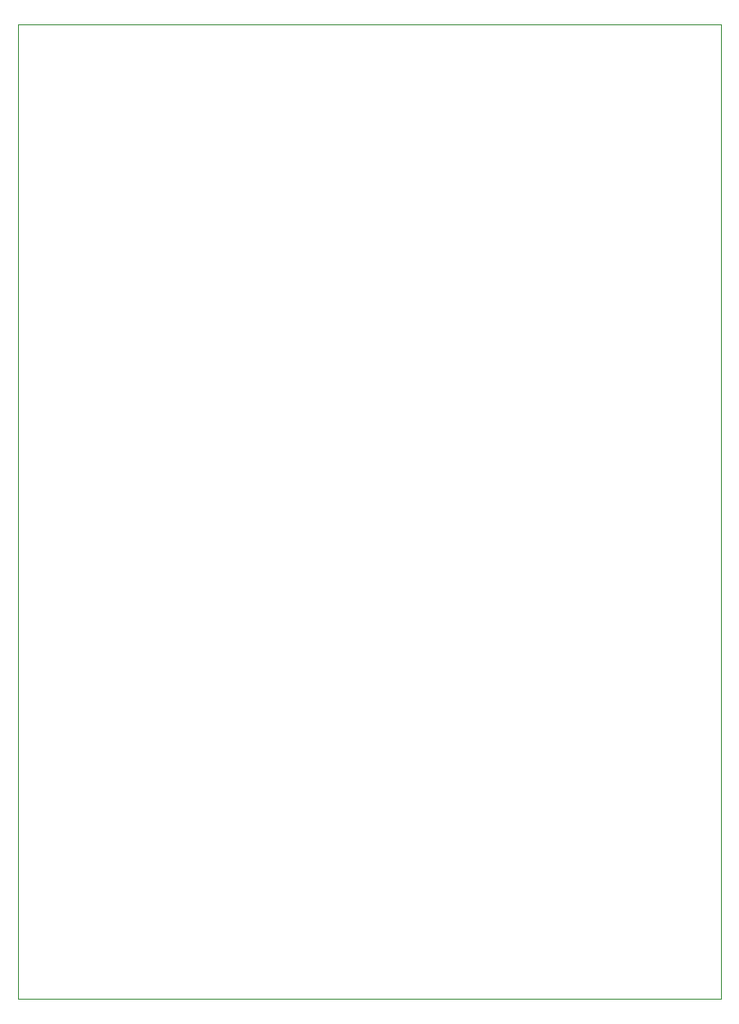
<source format=gbr>
%TF.GenerationSoftware,KiCad,Pcbnew,7.0.10-7.0.10~ubuntu22.04.1*%
%TF.CreationDate,2024-02-16T12:07:06-05:00*%
%TF.ProjectId,kicad,6b696361-642e-46b6-9963-61645f706362,rev?*%
%TF.SameCoordinates,Original*%
%TF.FileFunction,Profile,NP*%
%FSLAX46Y46*%
G04 Gerber Fmt 4.6, Leading zero omitted, Abs format (unit mm)*
G04 Created by KiCad (PCBNEW 7.0.10-7.0.10~ubuntu22.04.1) date 2024-02-16 12:07:06*
%MOMM*%
%LPD*%
G01*
G04 APERTURE LIST*
%TA.AperFunction,Profile*%
%ADD10C,0.100000*%
%TD*%
G04 APERTURE END LIST*
D10*
X100330000Y-67310000D02*
X166370000Y-67310000D01*
X166370000Y-158750000D01*
X100330000Y-158750000D01*
X100330000Y-67310000D01*
M02*

</source>
